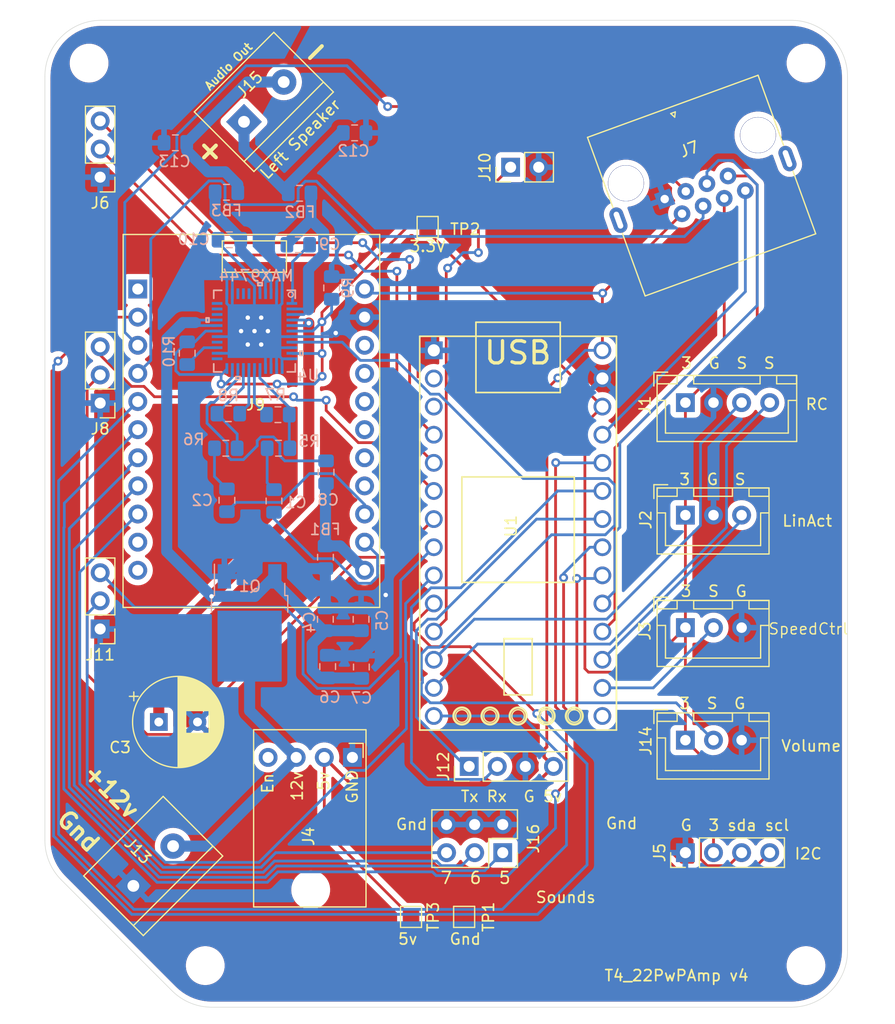
<source format=kicad_pcb>
(kicad_pcb (version 20211014) (generator pcbnew)
  (layers (0 "F.Cu" signal) (31 "B.Cu" signal) (34 "B.Paste" user) (35 "F.Paste" user) (36 "B.SilkS" user "B.Silkscreen") (37 "F.SilkS" user "F.Silkscreen") (38 "B.Mask" user) (39 "F.Mask" user) (44 "Edge.Cuts" user))
  (net 0 "")
  (net 1 "+5V")
  (net 2 "GND")
  (net 3 "+3V3")
  (net 13 "+12V")
  (net 14 "LeftIN")
  (net 15 "Net-(C1-Pad1)")
  (net 16 "Net-(C2-Pad1)")
  (net 17 "RightIN")
  (net 18 "Net-(C3-Pad1)")
  (net 19 "GNDA")
  (net 20 "Net-(C8-Pad1)")
  (net 21 "Net-(C9-Pad2)")
  (net 22 "Net-(C9-Pad1)")
  (net 23 "Net-(C10-Pad1)")
  (net 24 "Net-(C10-Pad2)")
  (net 25 "Net-(C12-Pad2)")
  (net 26 "Net-(C13-Pad1)")
  (net 27 "Net-(R5-Pad1)")
  (net 28 "Net-(R6-Pad1)")
  (net 29 "Net-(R7-Pad1)")
  (net 30 "Net-(R8-Pad1)")
  (net 31 "Net-(R10-Pad1)")
  (net 40 "LinAct_Position")
  (net 41 "SpeedCtrl")
  (net 42 "I2C_SDA")
  (net 43 "I2C_SCL")
  (net 44 "Steering")
  (net 45 "Throttle")
  (net 46 "Sound2")
  (net 47 "Sound1")
  (net 50 "RCPWMThrottle")
  (net 51 "RCPWMSteering")
  (net 52 "Left_DIR")
  (net 53 "Left_PWM")
  (net 54 "ActiveSW")
  (net 55 "Right_DIR")
  (net 56 "Right_PWM")
  (net 57 "LinAct_PWM")
  (net 58 "LinAct_DIR")
  (net 60 "VOL")
  (net 62 "PgSwitch")
  (net 63 "TxA6")
  (net 64 "RxA7")
  (net 65 "Sound0")
  (net 66 "Sound3")
  (net 67 "Sound4")
  (net 68 "Sound5")
  (net 69 "Sound6")
  (net 70 "Sound7")
  (footprint "Useful Modifications:TerminalBlock_bornier-2_P5.08mm" (layer "F.Cu") (at 116.2 147 45)
    (fp_text reference "J13")
    (fp_text value "Main Power")
  )
  (footprint "TestPoint:TestPoint_Pad_1.5x1.5mm" (layer "F.Cu") (at 146.1 149.8 90)
    (fp_text reference "TP1")
    (fp_text value "Gnd")
  )
  (footprint "Useful Modifications:TerminalBlock_bornier-2_P5.08mm" (layer "F.Cu") (at 126.2 78 45)
    (fp_text reference "J15")
    (fp_text value "Left Speaker")
  )
  (footprint "Connector_PinHeader_2.54mm:PinHeader_1x03_P2.54mm_Vertical" (layer "F.Cu") (at 113.2 83 180)
    (fp_text reference "J6")
    (fp_text value "Left_M1")
  )
  (footprint "Connector_PinHeader_2.54mm:PinHeader_1x03_P2.54mm_Vertical" (layer "F.Cu") (at 113.2 103.4 180)
    (fp_text reference "J8")
    (fp_text value "Right_M2")
  )
  (footprint "Connector_PinHeader_2.54mm:PinHeader_1x03_P2.54mm_Vertical" (layer "F.Cu") (at 113.2 123.8 180)
    (fp_text reference "J11")
    (fp_text value "LinAct_M3")
  )
  (footprint "Capacitor_THT:CP_Radial_D8.0mm_P3.50mm" (layer "F.Cu") (at 118.5 132.2)
    (fp_text reference "C3")
    (fp_text value "470µF")
  )
  (footprint "Useful Modifications:FXSound_2x11_P2.54mm_Short" (layer "F.Cu") (at 116.6 93.1)
    (fp_text reference "J9")
    (fp_text value "22Pin_FXSound")
  )
  (footprint "TestPoint:TestPoint_Pad_1.5x1.5mm" (layer "F.Cu") (at 142.8 87.5)
    (fp_text reference "TP2")
    (fp_text value "3.3V")
  )
  (footprint "Useful Modifications:AdaFruit_MPM3610" (layer "F.Cu") (at 136 135.4 -90)
    (fp_text reference "J4")
    (fp_text value "Power Input")
  )
  (footprint "MountingHole:MountingHole_2.5mm" (layer "F.Cu") (at 177 72.7)
    (fp_text reference "REF**" hide)
    (fp_text value "MountingHole_2.5mm")
  )
  (footprint "MountingHole:MountingHole_2.5mm" (layer "F.Cu") (at 122.7 154.2)
    (fp_text reference "REF**" hide)
    (fp_text value "MountingHole_2.5mm")
  )
  (footprint "Useful Modifications:RJ45_x08_Tab_Up" (layer "F.Cu") (at 166.55 80.3 -160)
    (fp_text reference "J7")
    (fp_text value "8P8C")
  )
  (footprint "Connector_PinHeader_2.54mm:PinHeader_1x04_P2.54mm_Vertical" (layer "F.Cu") (at 166.1 144 90)
    (fp_text reference "J5")
    (fp_text value "I2C")
  )
  (footprint "TestPoint:TestPoint_Pad_1.5x1.5mm" (layer "F.Cu") (at 141.3 149.8 -90)
    (fp_text reference "TP3")
    (fp_text value "5v")
  )
  (footprint "Useful Modifications:Teensy40_NoMid" (layer "F.Cu") (at 150.85 114.64 -90)
    (fp_text reference "U1")
    (fp_text value "Teensy4.0_NoMid")
  )
  (footprint "Connector_PinHeader_2.54mm:PinHeader_1x02_P2.54mm_Vertical" (layer "F.Cu") (at 150.3 82.1 90)
    (fp_text reference "J10")
    (fp_text value "Conn_01x02_Male")
  )
  (footprint "Connector_PinHeader_2.54mm:PinHeader_1x04_P2.54mm_Vertical" (layer "F.Cu") (at 146.5547 136.21236 90)
    (fp_text reference "J12")
    (fp_text value "Conn_01x04_Male")
  )
  (footprint "Useful Modifications:JST_XH_B4B-XH-A_1x04_P2.54mm_Vertical" (layer "F.Cu") (at 166.1 103.36)
    (fp_text reference "J1")
    (fp_text value "RC")
  )
  (footprint "Useful Modifications:JST_XH_B3B-XH-A_1x03_P2.54mm_Vertical" (layer "F.Cu") (at 166.1 113.52)
    (fp_text reference "J2")
    (fp_text value "LinAct")
  )
  (footprint "Useful Modifications:JST_XH_B3B-XH-A_1x03_P2.54mm_Vertical" (layer "F.Cu") (at 166.1 123.68)
    (fp_text reference "J3")
    (fp_text value "SpeedCtrl")
  )
  (footprint "Useful Modifications:JST_XH_B3B-XH-A_1x03_P2.54mm_Vertical" (layer "F.Cu") (at 166.1 133.84)
    (fp_text reference "J14")
    (fp_text value "Volume")
  )
  (footprint "MountingHole:MountingHole_2.5mm" (layer "F.Cu") (at 112.2 72.7)
    (fp_text reference "REF**" hide)
    (fp_text value "MountingHole_2.5mm")
  )
  (footprint "MountingHole:MountingHole_2.5mm" (layer "F.Cu") (at 177 154.2)
    (fp_text reference "REF**" hide)
    (fp_text value "MountingHole_2.5mm")
  )
  (footprint "Connector_PinSocket_2.54mm:PinSocket_2x03_P2.54mm_Vertical" (layer "F.Cu") (at 149.59 144 -90)
    (fp_text reference "J16")
    (fp_text value "Additional Sound Header")
  )
  (footprint "Resistor_SMD:R_0805_2012Metric_Pad1.15x1.40mm_HandSolder" (layer "B.Cu") (at 121.06586 98.8959 90)
    (fp_text reference "R10")
    (fp_text value "10K")
  )
  (footprint "Useful Modifications:max9744eth&plus_Mod" (layer "B.Cu") (at 127.15 96.9 180)
    (fp_text reference "U4")
    (fp_text value "MAX9744")
  )
  (footprint "Resistor_SMD:R_0805_2012Metric_Pad1.15x1.40mm_HandSolder" (layer "B.Cu") (at 134.124 92.9994 90)
    (fp_text reference "R9")
    (fp_text value "10K")
  )
  (footprint "Resistor_SMD:R_0805_2012Metric_Pad1.15x1.40mm_HandSolder" (layer "B.Cu") (at 124.78442 104.35944 180)
    (fp_text reference "R8")
    (fp_text value "20K")
  )
  (footprint "Resistor_SMD:R_0805_2012Metric_Pad1.15x1.40mm_HandSolder" (layer "B.Cu") (at 124.55836 107.4811 180)
    (fp_text reference "R6")
    (fp_text value "20K")
  )
  (footprint "Resistor_SMD:R_0805_2012Metric_Pad1.15x1.40mm_HandSolder" (layer "B.Cu") (at 129.26752 104.44834)
    (fp_text reference "R7")
    (fp_text value "20K")
  )
  (footprint "Useful Modifications:TO-252-2pin3D" (layer "B.Cu") (at 126.7082 123.2514 -90)
    (fp_text reference "Q1")
    (fp_text value "AOD417")
  )
  (footprint "Resistor_SMD:R_0805_2012Metric_Pad1.15x1.40mm_HandSolder" (layer "B.Cu") (at 129.31832 107.4811 180)
    (fp_text reference "R5")
    (fp_text value "20K")
  )
  (footprint "Inductor_SMD:L_0805_2012Metric_Pad1.15x1.40mm_HandSolder" (layer "B.Cu") (at 131.22586 84.456 180)
    (fp_text reference "FB2")
    (fp_text value "MPZ2012S221AT00")
  )
  (footprint "Capacitor_SMD:C_0805_2012Metric_Pad1.15x1.40mm_HandSolder" (layer "B.Cu") (at 136.81132 127.23722 -90)
    (fp_text reference "C7")
    (fp_text value "0.1µF")
  )
  (footprint "Capacitor_SMD:C_0805_2012Metric_Pad1.15x1.40mm_HandSolder" (layer "B.Cu") (at 124.88094 88.65462 180)
    (fp_text reference "C10")
    (fp_text value "0.1µF")
  )
  (footprint "Capacitor_SMD:C_0805_2012Metric_Pad1.15x1.40mm_HandSolder" (layer "B.Cu") (at 133.61854 109.64264 -90)
    (fp_text reference "C8")
    (fp_text value "2.2µF")
  )
  (footprint "Capacitor_SMD:C_0805_2012Metric_Pad1.15x1.40mm_HandSolder" (layer "B.Cu") (at 131.10648 89.10166)
    (fp_text reference "C9")
    (fp_text value "0.1µF")
  )
  (footprint "Capacitor_SMD:C_0805_2012Metric_Pad1.15x1.40mm_HandSolder" (layer "B.Cu") (at 136.78184 122.92912 -90)
    (fp_text reference "C5")
    (fp_text value "10µF")
  )
  (footprint "Capacitor_SMD:C_0805_2012Metric_Pad1.15x1.40mm_HandSolder" (layer "B.Cu") (at 133.55604 122.92912 -90)
    (fp_text reference "C4")
    (fp_text value "10µF")
  )
  (footprint "Capacitor_SMD:C_0805_2012Metric_Pad1.15x1.40mm_HandSolder" (layer "B.Cu") (at 120 79.8967 180)
    (fp_text reference "C13")
    (fp_text value "470pF")
  )
  (footprint "Capacitor_SMD:C_0805_2012Metric_Pad1.15x1.40mm_HandSolder" (layer "B.Cu") (at 128.91192 112.24106 -90)
    (fp_text reference "C1")
    (fp_text value "0.47µF")
  )
  (footprint "Inductor_SMD:L_0805_2012Metric_Pad1.15x1.40mm_HandSolder" (layer "B.Cu") (at 133.5652 117.3236 -90)
    (fp_text reference "FB1")
    (fp_text value "MPZ2012S221AT00")
  )
  (footprint "Inductor_SMD:L_0805_2012Metric_Pad1.15x1.40mm_HandSolder" (layer "B.Cu") (at 124.61424 84.36456)
    (fp_text reference "FB3")
    (fp_text value "MPZ2012S221AT00")
  )
  (footprint "Capacitor_SMD:C_0805_2012Metric_Pad1.15x1.40mm_HandSolder" (layer "B.Cu") (at 133.76586 127.19658 -90)
    (fp_text reference "C6")
    (fp_text value "0.1µF")
  )
  (footprint "Capacitor_SMD:C_0805_2012Metric_Pad1.15x1.40mm_HandSolder" (layer "B.Cu") (at 124.65742 112.1801 -90)
    (fp_text reference "C2")
    (fp_text value "0.47µF")
  )
  (footprint "Capacitor_SMD:C_0805_2012Metric_Pad1.15x1.40mm_HandSolder" (layer "B.Cu") (at 136.2 79 180)
    (fp_text reference "C12")
    (fp_text value "470pF")
  )
  (gr_arc (start 175.674 68.834) (mid 179.266102 70.321898) (end 180.754 73.914) (layer "Edge.Cuts") (width 0.05))
  (gr_line (start 113.284 68.834) (end 175.674 68.834) (layer "Edge.Cuts") (width 0.05))
  (gr_line (start 108.204 73.914) (end 108.2035 142.875) (layer "Edge.Cuts") (width 0.05))
  (gr_line (start 180.754 152.875) (end 180.754 73.914) (layer "Edge.Cuts") (width 0.05))
  (gr_arc (start 180.754 152.875) (mid 179.265925 156.467279) (end 175.6735 157.955) (layer "Edge.Cuts") (width 0.05))
  (gr_arc (start 109.691398 146.467102) (mid 108.590193 144.819032) (end 108.2035 142.875) (layer "Edge.Cuts") (width 0.05))
  (gr_arc (start 108.204 73.914) (mid 109.691898 70.321898) (end 113.284 68.834) (layer "Edge.Cuts") (width 0.05))
  (gr_line (start 123.2835 157.955) (end 175.6735 157.955) (layer "Edge.Cuts") (width 0.05))
  (gr_arc (start 123.2835 157.955) (mid 121.339468 157.568308) (end 119.691398 156.467102) (layer "Edge.Cuts") (width 0.05))
  (gr_line (start 109.691398 146.467102) (end 119.691398 156.467102) (layer "Edge.Cuts") (width 0.05))
  (gr_text "Gnd" (at 111.225 142.05 315) (layer "F.SilkS") (effects (font (size 1.5 1.5) (thickness 0.3))))
  (gr_text "Audio Out" (at 124.8 73 45) (layer "F.SilkS") (effects (font (size 0.75 0.75))))
  (gr_text "3  G  S  S" (at 165.63 99.79) (layer "F.SilkS") (effects (font (size 1 1)) (justify left)))
  (gr_text "3  G  S" (at 165.47 110.29) (layer "F.SilkS") (effects (font (size 1 1)) (justify left)))
  (gr_text "3  S  G" (at 165.46 130.52) (layer "F.SilkS") (effects (font (size 1 1)) (justify left)))
  (gr_text "G  3 sda scl" (at 165.575 141.525) (layer "F.SilkS") (effects (font (size 1 1)) (justify left)))
  (gr_text "3  S  G" (at 165.59 120.39) (layer "F.SilkS") (effects (font (size 1 1)) (justify left)))
  (gr_text "+12v" (at 114.225 138.45 315) (layer "F.SilkS") (effects (font (size 1.5 1.5) (thickness 0.3))))
  (gr_text "USB" (at 150.95 98.86) (layer "F.SilkS") (effects (font (size 2 2) (thickness 0.3))))
  (gr_text "Gnd" (at 160.33242 141.35354) (layer "F.SilkS") (effects (font (size 1 1))))
  (gr_text "Gnd" (at 141.351 141.44244) (layer "F.SilkS") (effects (font (size 1 1))))
  (gr_text "+" (at 123.025 80.575 45) (layer "F.SilkS") (effects (font (size 2 2) (thickness 0.35))))
  (gr_text "Tx Rx  G 5v" (at 150.3807 138.92276) (layer "F.SilkS") (effects (font (size 1 1))))
  (gr_text "T4_22PwPAmp v4" (at 165.3 155.1) (layer "F.SilkS") (effects (font (size 1 1))))
  (gr_text "Sounds" (at 155.28036 148.0312) (layer "F.SilkS") (effects (font (size 1 1))))
  (gr_text "7  6  5" (at 147.13 146.28) (layer "F.SilkS") (effects (font (size 1.0668 1.0668) (thickness 0.1524))))
  (gr_text "-" (at 132.6 71.6 45) (layer "F.SilkS") (effects (font (size 2 2) (thickness 0.35))))
  (segment (start 158.622201 93.472201) (end 165.795315 86.299087) (width 0.25) (layer "F.Cu") (net 1))
  (segment (start 151.40842 138.97864) (end 154.1747 136.21236) (width 0.3) (layer "F.Cu") (net 1))
  (segment (start 153.57094 134.44728) (end 153.324701 134.693519) (width 0.3) (layer "F.Cu") (net 1))
  (segment (start 153.324701 135.362361) (end 154.1747 136.21236) (width 0.3) (layer "F.Cu") (net 1))
  (segment (start 133.46 141.96) (end 141.3 149.8) (width 0.25) (layer "F.Cu") (net 1))
  (segment (start 133.46 135.4) (end 133.46 141.96) (width 0.25) (layer "F.Cu") (net 1))
  (segment (start 133.46 135.4) (end 137.03864 138.97864) (width 0.3) (layer "F.Cu") (net 1))
  (segment (start 153.584999 102.115001) (end 153.57094 134.44728) (width 0.25) (layer "F.Cu") (net 1))
  (segment (start 153.324701 134.693519) (end 153.324701 135.362361) (width 0.3) (layer "F.Cu") (net 1))
  (segment (start 154.57 101.13) (end 153.584999 102.115001) (width 0.25) (layer "F.Cu") (net 1))
  (segment (start 158.597 98.638) (end 158.597 93.497402) (width 0.25) (layer "F.Cu") (net 1))
  (segment (start 137.03864 138.97864) (end 151.40842 138.97864) (width 0.3) (layer "F.Cu") (net 1))
  (via (at 158.622201 93.472201) (size 0.8) (drill 0.4) (layers "F.Cu" "B.Cu") (net 1))
  (via (at 154.57 101.13) (size 0.8) (drill 0.4) (layers "F.Cu" "B.Cu") (net 1))
  (segment (start 137.472201 93.472201) (end 137.1 93.1) (width 0.25) (layer "B.Cu") (net 1))
  (segment (start 157.062 98.638) (end 158.597 98.638) (width 0.25) (layer "B.Cu") (net 1))
  (segment (start 154.57 101.13) (end 157.062 98.638) (width 0.25) (layer "B.Cu") (net 1))
  (segment (start 158.622201 93.472201) (end 137.472201 93.472201) (width 0.25) (layer "B.Cu") (net 1))
  (via (at 139.01 120.73) (size 0.8) (drill 0.4) (layers "F.Cu" "B.Cu") (net 2))
  (via (at 134.493 97.075) (size 0.8) (drill 0.4) (layers "F.Cu" "B.Cu") (net 2))
  (segment (start 129.639 100.3476) (end 129.639 99.402) (width 0.25) (layer "B.Cu") (net 2))
  (segment (start 129.139001 93.4564) (end 129.139001 94.901999) (width 0.25) (layer "B.Cu") (net 2))
  (segment (start 129.139001 94.901999) (end 127.139 96.902) (width 0.25) (layer "B.Cu") (net 2))
  (segment (start 130.5846 99.402) (end 129.639 99.402) (width 0.25) (layer "B.Cu") (net 2))
  (segment (start 128.139001 97.902001) (end 127.139 96.902) (width 0.25) (layer "B.Cu") (net 2))
  (segment (start 133.55604 120.22836) (end 133.55604 118.35776) (width 1) (layer "B.Cu") (net 2))
  (segment (start 129.639 93.4564) (end 129.639 94.402) (width 0.25) (layer "B.Cu") (net 2))
  (segment (start 127.638999 97.401999) (end 127.139 96.902) (width 0.25) (layer "B.Cu") (net 2))
  (segment (start 130.5846 97.401999) (end 127.638999 97.401999) (width 0.25) (layer "B.Cu") (net 2))
  (segment (start 124.639 93.4564) (end 124.639 94.402) (width 0.25) (layer "B.Cu") (net 2))
  (segment (start 129.139001 100.3476) (end 129.139001 98.902001) (width 0.25) (layer "B.Cu") (net 2))
  (segment (start 126.639001 97.401999) (end 127.139 96.902) (width 0.25) (layer "B.Cu") (net 2))
  (segment (start 129.639 99.402) (end 127.139 96.902) (width 0.25) (layer "B.Cu") (net 2))
  (segment (start 128.139001 100.3476) (end 128.139001 97.902001) (width 0.25) (layer "B.Cu") (net 2))
  (segment (start 127.139 93.4564) (end 127.139 96.902) (width 0.25) (layer "B.Cu") (net 2))
  (segment (start 129.139001 98.902001) (end 127.139 96.902) (width 0.25) (layer "B.Cu") (net 2))
  (segment (start 130.5846 98.402) (end 128.639 98.402) (width 0.25) (layer "B.Cu") (net 2))
  (segment (start 123.6934 98.902001) (end 125.138999 98.902001) (width 0.25) (layer "B.Cu") (net 2))
  (segment (start 128.639 98.402) (end 127.139 96.902) (width 0.25) (layer "B.Cu") (net 2))
  (segment (start 125.138999 98.902001) (end 127.139 96.902) (width 0.25) (layer "B.Cu") (net 2))
  (segment (start 123.6934 97.401999) (end 126.639001 97.401999) (width 0.25) (layer "B.Cu") (net 2))
  (segment (start 128.639 100.3476) (end 128.639 98.402) (width 0.25) (layer "B.Cu") (net 2))
  (segment (start 124.639 94.402) (end 127.139 96.902) (width 0.25) (layer "B.Cu") (net 2))
  (segment (start 125.138999 93.4564) (end 125.138999 94.901999) (width 0.25) (layer "B.Cu") (net 2))
  (segment (start 129.639 94.402) (end 127.139 96.902) (width 0.25) (layer "B.Cu") (net 2))
  (segment (start 125.138999 94.901999) (end 127.139 96.902) (width 0.25) (layer "B.Cu") (net 2))
  (segment (start 133.8065 126.21222) (end 133.76586 126.17158) (width 1) (layer "B.Cu") (net 2))
  (segment (start 130.148201 117.251399) (end 126.228201 117.251399) (width 1) (layer "B.Cu") (net 2))
  (segment (start 126.228201 117.251399) (end 124.4282 119.0514) (width 1) (layer "B.Cu") (net 2))
  (segment (start 133.55604 121.90412) (end 133.55604 120.22836) (width 1) (layer "B.Cu") (net 2))
  (segment (start 136.81132 126.21222) (end 133.8065 126.21222) (width 1) (layer "B.Cu") (net 2))
  (segment (start 131.245402 118.3486) (end 130.148201 117.251399) (width 1) (layer "B.Cu") (net 2))
  (segment (start 133.55604 118.35776) (end 133.5652 118.3486) (width 1) (layer "B.Cu") (net 2))
  (segment (start 133.5652 118.3486) (end 131.245402 118.3486) (width 1) (layer "B.Cu") (net 2))
  (segment (start 136.78184 121.90412) (end 133.55604 121.90412) (width 1) (layer "B.Cu") (net 2))
  (segment (start 125.799998 92.2) (end 125.149999 91.550001) (width 0.25) (layer "B.Cu") (net 2))
  (segment (start 129.65 93.5218) (end 129.65 91.95) (width 0.25) (layer "B.Cu") (net 2))
  (segment (start 129.150001 93.5218) (end 129.150001 92.449999) (width 0.25) (layer "B.Cu") (net 2))
  (segment (start 138.18185 122.60413) (end 138.18185 124.84169) (width 1) (layer "B.Cu") (net 2))
  (segment (start 129.65 91.95) (end 129.65 91.35) (width 0.25) (layer "B.Cu") (net 2))
  (segment (start 127.15 93.5218) (end 127.15 92.85) (width 0.25) (layer "B.Cu") (net 2))
  (segment (start 129.150001 92.449999) (end 129.65 91.95) (width 0.25) (layer "B.Cu") (net 2))
  (segment (start 134.168001 97.399999) (end 134.493 97.075) (width 0.25) (layer "B.Cu") (net 2))
  (segment (start 130.5282 97.399999) (end 133.300001 97.399999) (width 0.25) (layer "B.Cu") (net 2))
  (segment (start 125.149999 91.550001) (end 125.149999 93.5218) (width 0.25) (layer "B.Cu") (net 2))
  (segment (start 138.18185 124.84169) (end 136.81132 126.21222) (width 1) (layer "B.Cu") (net 2))
  (segment (start 127.15 92.85) (end 126.5 92.2) (width 0.25) (layer "B.Cu") (net 2))
  (segment (start 137.48184 121.90412) (end 138.18185 122.60413) (width 1) (layer "B.Cu") (net 2))
  (segment (start 124.65 93.5218) (end 124.65 91.45) (width 0.25) (layer "B.Cu") (net 2))
  (segment (start 136.78184 121.90412) (end 137.48184 121.90412) (width 1) (layer "B.Cu") (net 2))
  (segment (start 126.5 92.2) (end 125.799998 92.2) (width 0.25) (layer "B.Cu") (net 2))
  (segment (start 133.300001 97.399999) (end 134.168001 97.399999) (width 0.25) (layer "B.Cu") (net 2))
  (segment (start 133.266878 98.93177) (end 133.258494 98.923386) (width 0.25) (layer "F.Cu") (net 3))
  (segment (start 124.131502 101.679602) (end 129.196307 101.679602) (width 0.25) (layer "F.Cu") (net 3))
  (segment (start 133.258494 98.923386) (end 133.258494 96.079674) (width 0.25) (layer "F.Cu") (net 3))
  (segment (start 129.196307 101.679602) (end 129.196423 101.679718) (width 0.25) (layer "F.Cu") (net 3))
  (segment (start 133.258494 96.079674) (end 133.245721 96.066901) (width 0.25) (layer "F.Cu") (net 3))
  (segment (start 133.266878 100.982382) (end 133.266878 98.93177) (width 0.25) (layer "F.Cu") (net 3))
  (segment (start 171.785253 82.892392) (end 172.593044 83.700183) (width 0.25) (layer "F.Cu") (net 3))
  (segment (start 140.960998 87.5) (end 142.8 87.5) (width 0.25) (layer "F.Cu") (net 3))
  (segment (start 162.077 127.703) (end 166.1 123.68) (width 0.25) (layer "F.Cu") (net 3))
  (segment (start 157.340864 127.703) (end 162.077 127.703) (width 0.25) (layer "F.Cu") (net 3))
  (segment (start 157.015 105.3) (end 157.015 127.377136) (width 0.25) (layer "F.Cu") (net 3))
  (segment (start 133.245721 96.066901) (end 133.245721 95.215277) (width 0.25) (layer "F.Cu") (net 3))
  (segment (start 168.64 136.38) (end 166.1 133.84) (width 0.25) (layer "F.Cu") (net 3))
  (segment (start 166.1 123.68) (end 166.1 113.52) (width 0.25) (layer "F.Cu") (net 3))
  (segment (start 142.8 87.921) (end 158.597 103.718) (width 0.25) (layer "F.Cu") (net 3))
  (segment (start 133.245721 95.215277) (end 140.960998 87.5) (width 0.25) (layer "F.Cu") (net 3))
  (segment (start 157.015 127.377136) (end 157.340864 127.703) (width 0.25) (layer "F.Cu") (net 3))
  (segment (start 158.597 103.718) (end 157.015 105.3) (width 0.25) (layer "F.Cu") (net 3))
  (segment (start 169.950761 82.892392) (end 171.785253 82.892392) (width 0.25) (layer "F.Cu") (net 3))
  (segment (start 142.8 87.5) (end 142.8 87.921) (width 0.25) (layer "F.Cu") (net 3))
  (segment (start 168.64 144) (end 168.64 136.38) (width 0.25) (layer "F.Cu") (net 3))
  (segment (start 172.593044 96.866956) (end 166.1 103.36) (width 0.25) (layer "F.Cu") (net 3))
  (segment (start 166.1 113.52) (end 166.1 103.36) (width 0.25) (layer "F.Cu") (net 3))
  (segment (start 166.1 133.84) (end 166.1 123.68) (width 0.25) (layer "F.Cu") (net 3))
  (segment (start 172.593044 83.700183) (end 172.593044 96.866956) (width 0.25) (layer "F.Cu") (net 3))
  (via (at 133.245721 96.066901) (size 0.8) (drill 0.4) (layers "F.Cu" "B.Cu") (net 3))
  (via (at 133.266878 100.982382) (size 0.8) (drill 0.4) (layers "F.Cu" "B.Cu") (net 3))
  (via (at 133.258494 98.923386) (size 0.8) (drill 0.4) (layers "F.Cu" "B.Cu") (net 3))
  (via (at 129.196423 101.679718) (size 0.8) (drill 0.4) (layers "F.Cu" "B.Cu") (net 3))
  (via (at 124.131502 101.679602) (size 0.8) (drill 0.4) (layers "F.Cu" "B.Cu") (net 3))
  (segment (start 121.06586 97.8709) (end 120.04085 98.89591) (width 0.25) (layer "B.Cu") (net 3))
  (segment (start 129.196423 101.679718) (end 132.569542 101.679718) (width 0.25) (layer "B.Cu") (net 3))
  (segment (start 125.138999 101.061001) (end 124.520398 101.679602) (width 0.25) (layer "B.Cu") (net 3))
  (segment (start 123.78143 100.82091) (end 124.16569 100.82091) (width 0.25) (layer "B.Cu") (net 3))
  (segment (start 124.131502 101.679602) (end 124.131502 100.855098) (width 0.25) (layer "B.Cu") (net 3))
  (segment (start 124.131502 100.855098) (end 124.16569 100.82091) (width 0.25) (layer "B.Cu") (net 3))
  (segment (start 132.40334 96.902) (end 132.406981 96.905641) (width 0.25) (layer "B.Cu") (net 3))
  (segment (start 133.258494 98.923386) (end 130.605985 98.923386) (width 0.25) (layer "B.Cu") (net 3))
  (segment (start 125.138999 100.3476) (end 125.138999 101.061001) (width 0.25) (layer "B.Cu") (net 3))
  (segment (start 130.5846 96.902) (end 132.40334 96.902) (width 0.25) (layer "B.Cu") (net 3))
  (segment (start 124.16569 100.82091) (end 124.639 100.3476) (width 0.25) (layer "B.Cu") (net 3))
  (segment (start 121.06586 97.8709) (end 121.76586 97.8709) (width 0.25) (layer "B.Cu") (net 3))
  (segment (start 124.520398 101.679602) (end 124.131502 101.679602) (width 0.25) (layer "B.Cu") (net 3))
  (segment (start 120.04085 100.48408) (end 120.37768 100.82091) (width 0.25) (layer "B.Cu") (net 3))
  (segment (start 121.76586 97.8709) (end 122.73476 96.902) (width 0.25) (layer "B.Cu") (net 3))
  (segment (start 132.406981 96.905641) (end 133.245721 96.066901) (width 0.25) (layer "B.Cu") (net 3))
  (segment (start 130.605985 98.923386) (end 130.5846 98.902001) (width 0.25) (layer "B.Cu") (net 3))
  (segment (start 133.245721 96.066901) (end 134.124 95.188622) (width 0.25) (layer "B.Cu") (net 3))
  (segment (start 122.73476 96.902) (end 123.6934 96.902) (width 0.25) (layer "B.Cu") (net 3))
  (segment (start 132.569542 101.679718) (end 133.266878 100.982382) (width 0.25) (layer "B.Cu") (net 3))
  (segment (start 120.04085 98.89591) (end 120.04085 100.48408) (width 0.25) (layer "B.Cu") (net 3))
  (segment (start 120.37768 100.82091) (end 123.78143 100.82091) (width 0.25) (layer "B.Cu") (net 3))
  (segment (start 134.124 95.188622) (end 134.124 94.0244) (width 0.25) (layer "B.Cu") (net 3))
  (segment (start 126.7082 131.1882) (end 130.92 135.4) (width 1) (layer "B.Cu") (net 13))
  (segment (start 130.92 135.4) (end 122.912102 143.407898) (width 1) (layer "B.Cu") (net 13))
  (segment (start 126.7082 125.3514) (end 126.7082 131.1882) (width 1) (layer "B.Cu") (net 13))
  (segment (start 122.912102 143.407898) (end 119.792102 143.407898) (width 1) (layer "B.Cu") (net 13))
  (segment (start 128.91192 113.84106) (end 132.51945 117.44859) (width 0.25) (layer "B.Cu") (net 14))
  (segment (start 137.664001 119.675001) (end 138.275001 119.064001) (width 0.25) (layer "B.Cu") (net 14))
  (segment (start 128.91192 113.26606) (end 128.91192 113.84106) (width 0.25) (layer "B.Cu") (net 14))
  (segment (start 136.535999 119.675001) (end 137.664001 119.675001) (width 0.25) (layer "B.Cu") (net 14))
  (segment (start 132.51945 117.44859) (end 134.309588 117.44859) (width 0.25) (layer "B.Cu") (net 14))
  (segment (start 138.275001 119.064001) (end 138.275001 117.135001) (width 0.25) (layer "B.Cu") (net 14))
  (segment (start 134.309588 117.44859) (end 136.535999 119.675001) (width 0.25) (layer "B.Cu") (net 14))
  (segment (start 138.275001 117.135001) (end 137.1 115.96) (width 0.25) (layer "B.Cu") (net 14))
  (segment (start 128.29332 107.4811) (end 128.29332 110.59746) (width 0.25) (layer "B.Cu") (net 15))
  (segment (start 128.29332 110.59746) (end 128.91192 111.21606) (width 0.25) (layer "B.Cu") (net 15))
  (segment (start 123.53336 107.4811) (end 123.53336 110.03104) (width 0.25) (layer "B.Cu") (net 16))
  (segment (start 123.53336 110.03104) (end 124.65742 111.1551) (width 0.25) (layer "B.Cu") (net 16))
  (segment (start 125.49647 112.36605) (end 124.65742 113.2051) (width 0.25) (layer "B.Cu") (net 17))
  (segment (start 129.53395 112.36605) (end 125.49647 112.36605) (width 0.25) (layer "B.Cu") (net 17))
  (segment (start 132.13237 109.76763) (end 129.53395 112.36605) (width 0.25) (layer "B.Cu") (net 17))
  (segment (start 137.1 113.42) (end 137.1 112.56091) (width 0.25) (layer "B.Cu") (net 17))
  (segment (start 137.1 112.56091) (end 134.30672 109.76763) (width 0.25) (layer "B.Cu") (net 17))
  (segment (start 134.30672 109.76763) (end 132.13237 109.76763) (width 0.25) (layer "B.Cu") (net 17))
  (segment (start 132.05898 112.06062) (end 123.268199 120.851401) (width 1) (layer "F.Cu") (net 18))
  (segment (start 118.5 125.6196) (end 118.5 132.2) (width 1) (layer "F.Cu") (net 18))
  (segment (start 132.05898 96.177) (end 132.05898 112.06062) (width 1) (layer "F.Cu") (net 18))
  (segment (start 123.268199 120.851401) (end 118.5 125.6196) (width 1) (layer "F.Cu") (net 18))
  (via (at 132.05898 96.177) (size 0.8) (drill 0.4) (layers "F.Cu" "B.Cu") (net 18))
  (via (at 123.268199 120.851401) (size 0.8) (drill 0.4) (layers "F.Cu" "B.Cu") (net 18))
  (segment (start 130.5846 96.402001) (end 131.833979 96.402001) (width 0.25) (layer "B.Cu") (net 18))
  (segment (start 128.9882 119.0514) (end 127.188199 120.851401) (width 1) (layer "B.Cu") (net 18))
  (segment (start 123.6934 95.901999) (end 122.027761 95.901999) (width 0.25) (layer "B.Cu") (net 18))
  (segment (start 127.188199 120.851401) (end 123.268199 120.851401) (width 1) (layer "B.Cu") (net 18))
  (segment (start 131.833979 96.402001) (end 132.05898 96.177) (width 0.25) (layer "B.Cu") (net 18))
  (segment (start 122.027761 95.901999) (end 121.79992 96.12984) (width 0.25) (layer "B.Cu") (net 18))
  (segment (start 119.21584 97.6024) (end 119.21584 116.799042) (width 1) (layer "B.Cu") (net 18))
  (segment (start 119.21584 116.799042) (end 123.268199 120.851401) (width 1) (layer "B.Cu") (net 18))
  (segment (start 121.79992 96.12984) (end 120.6884 96.12984) (width 1) (layer "B.Cu") (net 18))
  (segment (start 120.6884 96.12984) (end 119.21584 97.6024) (width 1) (layer "B.Cu") (net 18))
  (segment (start 131.783979 95.901999) (end 132.05898 96.177) (width 0.25) (layer "B.Cu") (net 18))
  (segment (start 130.5846 95.901999) (end 131.783979 95.901999) (width 0.25) (layer "B.Cu") (net 18))
  (segment (start 122.072081 96.402001) (end 121.79992 96.12984) (width 0.25) (layer "B.Cu") (net 18))
  (segment (start 123.6934 96.402001) (end 122.072081 96.402001) (width 0.25) (layer "B.Cu") (net 18))
  (segment (start 136.77068 128.22158) (end 136.81132 128.26222) (width 1) (layer "B.Cu") (net 18))
  (segment (start 132.36585 125.14431) (end 132.36585 127.52157) (width 1) (layer "B.Cu") (net 18))
  (segment (start 133.06586 128.22158) (end 133.76586 128.22158) (width 1) (layer "B.Cu") (net 18))
  (segment (start 133.55604 123.95412) (end 132.36585 125.14431) (width 1) (layer "B.Cu") (net 18))
  (segment (start 132.36585 127.52157) (end 133.06586 128.22158) (width 1) (layer "B.Cu") (net 18))
  (segment (start 128.9882 119.5514) (end 133.39092 123.95412) (width 1) (layer "B.Cu") (net 18))
  (segment (start 128.9882 119.0514) (end 128.9882 119.5514) (width 1) (layer "B.Cu") (net 18))
  (segment (start 133.39092 123.95412) (end 133.55604 123.95412) (width 1) (layer "B.Cu") (net 18))
  (segment (start 133.55604 123.95412) (end 136.78184 123.95412) (width 1) (layer "B.Cu") (net 18))
  (segment (start 133.76586 128.22158) (end 136.77068 128.22158) (width 1) (layer "B.Cu") (net 18))
  (segment (start 134.8986 116.2986) (end 137.1 118.5) (width 1) (layer "B.Cu") (net 19))
  (segment (start 133.5652 116.2986) (end 134.8986 116.2986) (width 1) (layer "B.Cu") (net 19))
  (segment (start 133.5652 110.72098) (end 133.61854 110.66764) (width 1) (layer "B.Cu") (net 19))
  (segment (start 133.5652 116.2986) (end 133.5652 110.72098) (width 1) (layer "B.Cu") (net 19))
  (segment (start 122.85941 105.21896) (end 124.68335 107.0429) (width 0.25) (layer "B.Cu") (net 20))
  (segment (start 127.73014 106.45609) (end 128.8565 106.45609) (width 0.25) (layer "B.Cu") (net 20))
  (segment (start 124.68335 107.0429) (end 124.68335 108.16928) (width 0.25) (layer "B.Cu") (net 20))
  (segment (start 127.39331 106.79292) (end 127.73014 106.45609) (width 0.25) (layer "B.Cu") (net 20))
  (segment (start 127.39331 107.25934) (end 127.39331 106.79292) (width 0.25) (layer "B.Cu") (net 20))
  (segment (start 125.639 101.19741) (end 123.50198 103.33443) (width 0.25) (layer "B.Cu") (net 20))
  (segment (start 129.44331 107.0429) (end 129.44331 108.16928) (width 0.25) (layer "B.Cu") (net 20))
  (segment (start 129.44331 108.16928) (end 129.89167 108.61764) (width 0.25) (layer "B.Cu") (net 20))
  (segment (start 123.50198 103.33443) (end 123.19624 103.33443) (width 0.25) (layer "B.Cu") (net 20))
  (segment (start 123.19624 103.33443) (end 122.85941 103.67126) (width 0.25) (layer "B.Cu") (net 20))
  (segment (start 122.85941 103.67126) (end 122.85941 105.21896) (width 0.25) (layer "B.Cu") (net 20))
  (segment (start 126.14654 108.50611) (end 127.39331 107.25934) (width 0.25) (layer "B.Cu") (net 20))
  (segment (start 125.639 100.3476) (end 125.639 101.19741) (width 0.25) (layer "B.Cu") (net 20))
  (segment (start 129.89167 108.61764) (end 133.61854 108.61764) (width 0.25) (layer "B.Cu") (net 20))
  (segment (start 128.8565 106.45609) (end 129.44331 107.0429) (width 0.25) (layer "B.Cu") (net 20))
  (segment (start 125.02018 108.50611) (end 126.14654 108.50611) (width 0.25) (layer "B.Cu") (net 20))
  (segment (start 124.68335 108.16928) (end 125.02018 108.50611) (width 0.25) (layer "B.Cu") (net 20))
  (segment (start 130.5846 90.64854) (end 132.13148 89.10166) (width 0.25) (layer "B.Cu") (net 21))
  (segment (start 130.5846 94.402) (end 130.5846 90.64854) (width 0.25) (layer "B.Cu") (net 21))
  (segment (start 133.40649 89.94517) (end 132.03612 91.31554) (width 1) (layer "B.Cu") (net 22))
  (segment (start 132.03612 91.31554) (end 132.03612 94.97922) (width 1) (layer "B.Cu") (net 22))
  (segment (start 130.5846 94.901999) (end 131.958899 94.901999) (width 0.25) (layer "B.Cu") (net 22))
  (segment (start 130.08148 89.03314) (end 130.08148 89.10166) (width 1) (layer "B.Cu") (net 22))
  (segment (start 133.40649 88.01939) (end 133.40649 89.94517) (width 1) (layer "B.Cu") (net 22))
  (segment (start 131.958899 94.901999) (end 132.03612 94.97922) (width 0.25) (layer "B.Cu") (net 22))
  (segment (start 130.5846 95.402) (end 131.61334 95.402) (width 0.25) (layer "B.Cu") (net 22))
  (segment (start 131.61334 95.402) (end 132.03612 94.97922) (width 0.25) (layer "B.Cu") (net 22))
  (segment (start 132.25086 86.86376) (end 133.40649 88.01939) (width 1) (layer "B.Cu") (net 22))
  (segment (start 132.25086 86.86376) (end 130.08148 89.03314) (width 1) (layer "B.Cu") (net 22))
  (segment (start 132.25086 84.456) (end 132.25086 86.86376) (width 1) (layer "B.Cu") (net 22))
  (segment (start 128.139001 93.4564) (end 128.139001 92.216459) (width 0.25) (layer "B.Cu") (net 23))
  (segment (start 128.139001 92.216459) (end 128.32264 92.03282) (width 0.25) (layer "B.Cu") (net 23))
  (segment (start 128.639 93.4564) (end 128.639 92.34918) (width 0.25) (layer "B.Cu") (net 23))
  (segment (start 128.639 92.34918) (end 128.32264 92.03282) (width 0.25) (layer "B.Cu") (net 23))
  (segment (start 125.90594 89.61612) (end 128.32264 92.03282) (width 1) (layer "B.Cu") (net 23))
  (segment (start 125.90594 88.65462) (end 125.90594 89.61612) (width 1) (layer "B.Cu") (net 23))
  (segment (start 125.90594 88.5861) (end 125.90594 88.65462) (width 1) (layer "B.Cu") (net 23))
  (segment (start 123.58924 86.2694) (end 125.90594 88.5861) (width 1) (layer "B.Cu") (net 23))
  (segment (start 123.58924 84.36456) (end 123.58924 86.2694) (width 1) (layer "B.Cu") (net 23))
  (segment (start 127.638999 92.694397) (end 127.638999 93.4564) (width 0.25) (layer "B.Cu") (net 24))
  (segment (start 123.85594 88.911338) (end 127.638999 92.694397) (width 0.25) (layer "B.Cu") (net 24))
  (segment (start 123.85594 89.008141) (end 123.85594 88.65462) (width 0.25) (layer "B.Cu") (net 24))
  (segment (start 123.85594 88.65462) (end 123.85594 88.911338) (width 0.25) (layer "B.Cu") (net 24))
  (segment (start 126.2 80.45514) (end 130.20086 84.456) (width 1) (layer "B.Cu") (net 25))
  (segment (start 130.20086 83.75107) (end 134.95193 79) (width 1) (layer "B.Cu") (net 25))
  (segment (start 126.2 78) (end 126.2 80.45514) (width 1) (layer "B.Cu") (net 25))
  (segment (start 130.20086 83.97414) (end 130.20086 84.456) (width 1) (layer "B.Cu") (net 25))
  (segment (start 130.20086 84.456) (end 130.20086 83.75107) (width 1) (layer "B.Cu") (net 25))
  (segment (start 134.95193 79) (end 135.175 79) (width 1) (layer "B.Cu") (net 25))
  (segment (start 124.494151 82.514541) (end 125.63924 83.65963) (width 1) (layer "B.Cu") (net 26))
  (segment (start 121.025 79.8967) (end 121.025 80.5967) (width 1) (layer "B.Cu") (net 26))
  (segment (start 121.025 79.8967) (end 126.513802 74.407898) (width 1) (layer "B.Cu") (net 26))
  (segment (start 125.63924 83.65963) (end 125.63924 84.36456) (width 1) (layer "B.Cu") (net 26))
  (segment (start 121.025 80.5967) (end 122.94284 82.51454) (width 1) (layer "B.Cu") (net 26))
  (segment (start 122.94284 82.51454) (end 124.494151 82.514541) (width 1) (layer "B.Cu") (net 26))
  (segment (start 126.513802 74.407898) (end 129.792102 74.407898) (width 1) (layer "B.Cu") (net 26))
  (segment (start 130.29252 103.801121) (end 130.29252 104.44834) (width 0.25) (layer "B.Cu") (net 27))
  (segment (start 130.29252 107.4303) (end 130.34332 107.4811) (width 0.25) (layer "B.Cu") (net 27))
  (segment (start 127.638999 101.1476) (end 130.29252 103.801121) (width 0.25) (layer "B.Cu") (net 27))
  (segment (start 127.638999 100.3476) (end 127.638999 101.1476) (width 0.25) (layer "B.Cu") (net 27))
  (segment (start 130.29252 104.44834) (end 130.29252 107.4303) (width 0.25) (layer "B.Cu") (net 27))
  (segment (start 123.75942 104.35944) (end 125.58336 106.18338) (width 0.25) (layer "B.Cu") (net 28))
  (segment (start 126.138999 101.979861) (end 123.75942 104.35944) (width 0.25) (layer "B.Cu") (net 28))
  (segment (start 126.138999 100.3476) (end 126.138999 101.979861) (width 0.25) (layer "B.Cu") (net 28))
  (segment (start 125.58336 106.18338) (end 125.58336 107.4811) (width 0.25) (layer "B.Cu") (net 28))
  (segment (start 127.139 100.3476) (end 127.139 103.34482) (width 0.25) (layer "B.Cu") (net 29))
  (segment (start 127.139 103.34482) (end 128.24252 104.44834) (width 0.25) (layer "B.Cu") (net 29))
  (segment (start 126.639001 100.3476) (end 126.639001 103.529859) (width 0.25) (layer "B.Cu") (net 30))
  (segment (start 126.639001 103.529859) (end 125.80942 104.35944) (width 0.25) (layer "B.Cu") (net 30))
  (segment (start 122.58476 98.402) (end 123.6934 98.402) (width 0.25) (layer "B.Cu") (net 31))
  (segment (start 121.06586 99.9209) (end 122.58476 98.402) (width 0.25) (layer "B.Cu") (net 31))
  (segment (start 171.18 113.995) (end 171.18 113.52) (width 0.25) (layer "B.Cu") (net 40))
  (segment (start 158.597 126.578) (end 171.18 113.995) (width 0.25) (layer "B.Cu") (net 40))
  (segment (start 163.202 129.118) (end 168.64 123.68) (width 0.25) (layer "B.Cu") (net 41))
  (segment (start 158.597 129.118) (end 163.202 129.118) (width 0.25) (layer "B.Cu") (net 41))
  (segment (start 168.075999 145.175001) (end 170.004999 145.175001) (width 0.25) (layer "F.Cu") (net 42))
  (segment (start 167.464999 144.564001) (end 168.075999 145.175001) (width 0.25) (layer "F.Cu") (net 42))
  (segment (start 170.004999 145.175001) (end 171.18 144) (width 0.25) (layer "F.Cu") (net 42))
  (segment (start 156.29 131.395002) (end 156.29 119.24) (width 0.25) (layer "F.Cu") (net 42))
  (segment (start 167.464999 142.570001) (end 167.464999 144.564001) (width 0.25) (layer "F.Cu") (net 42))
  (segment (start 156.29 131.395002) (end 167.464999 142.570001) (width 0.25) (layer "F.Cu") (net 42))
  (via (at 156.29 119.24) (size 0.8) (drill 0.4) (layers "F.Cu" "B.Cu") (net 42))
  (segment (start 158.315 119.24) (end 158.597 118.958) (width 0.25) (layer "B.Cu") (net 42))
  (segment (start 156.29 119.24) (end 158.315 119.24) (width 0.25) (layer "B.Cu") (net 42))
  (segment (start 158.930009 134.671421) (end 158.930009 139.115011) (width 0.25) (layer "F.Cu") (net 43))
  (segment (start 165.440008 145.62501) (end 172.09499 145.62501) (width 0.25) (layer "F.Cu") (net 43))
  (segment (start 158.930009 139.115011) (end 165.440008 145.62501) (width 0.25) (layer "F.Cu") (net 43))
  (segment (start 155.09 130.831412) (end 158.930009 134.671421) (width 0.25) (layer "F.Cu") (net 43))
  (segment (start 172.09499 145.62501) (end 173.72 144) (width 0.25) (layer "F.Cu") (net 43))
  (segment (start 155.09 119.17) (end 155.09 130.831412) (width 0.25) (layer "F.Cu") (net 43))
  (via (at 155.09 119.17) (size 0.8) (drill 0.4) (layers "F.Cu" "B.Cu") (net 43))
  (segment (start 157.46563 116.418) (end 155.09 118.79363) (width 0.25) (layer "B.Cu") (net 43))
  (segment (start 158.597 116.418) (end 157.46563 116.418) (width 0.25) (layer "B.Cu") (net 43))
  (segment (start 155.09 118.79363) (end 155.09 119.17) (width 0.25) (layer "B.Cu") (net 43))
  (segment (start 168.043185 83.586692) (end 168.043185 82.526032) (width 0.25) (layer "B.Cu") (net 44))
  (segment (start 159.722001 115.072997) (end 159.722001 120.372999) (width 0.25) (layer "B.Cu") (net 44))
  (segment (start 159.722001 120.372999) (end 158.597 121.498) (width 0.25) (layer "B.Cu") (net 44))
  (segment (start 160.172011 107.002987) (end 160.172011 114.622987) (width 0.25) (layer "B.Cu") (net 44))
  (segment (start 172.593044 83.700183) (end 172.593044 94.581954) (width 0.25) (layer "B.Cu") (net 44))
  (segment (start 168.043185 82.526032) (end 169.079217 81.49) (width 0.25) (layer "B.Cu") (net 44))
  (segment (start 169.079217 81.49) (end 170.382861 81.49) (width 0.25) (layer "B.Cu") (net 44))
  (segment (start 160.172011 114.622987) (end 159.722001 115.072997) (width 0.25) (layer "B.Cu") (net 44))
  (segment (start 170.382861 81.49) (end 172.593044 83.700183) (width 0.25) (layer "B.Cu") (net 44))
  (segment (start 172.593044 94.581954) (end 160.172011 107.002987) (width 0.25) (layer "B.Cu") (net 44))
  (segment (start 169.610467 84.910485) (end 169.610467 97.564531) (width 0.25) (layer "F.Cu") (net 45))
  (segment (start 159.722001 107.452997) (end 159.722001 122.912999) (width 0.25) (layer "F.Cu") (net 45))
  (segment (start 169.610467 97.564531) (end 159.722001 107.452997) (width 0.25) (layer "F.Cu") (net 45))
  (segment (start 159.722001 122.912999) (end 158.597 124.038) (width 0.25) (layer "F.Cu") (net 45))
  (segment (start 124.74101 85.48101) (end 124.48925 85.22925) (width 0.25) (layer "B.Cu") (net 46))
  (segment (start 124.48925 83.67638) (end 124.15242 83.33955) (width 0.25) (layer "B.Cu") (net 46))
  (segment (start 124.48925 85.22925) (end 124.48925 83.67638) (width 0.25) (layer "B.Cu") (net 46))
  (segment (start 130.76404 85.48101) (end 124.74101 85.48101) (width 0.25) (layer "B.Cu") (net 46))
  (segment (start 167.702891 85.604786) (end 167.702891 86.665446) (width 0.25) (layer "B.Cu") (net 46))
  (segment (start 131.10087 85.14418) (end 130.76404 85.48101) (width 0.25) (layer "B.Cu") (net 46))
  (segment (start 137.737908 88.354858) (end 132.75305 83.37) (width 0.25) (layer "B.Cu") (net 46))
  (segment (start 117.775001 99.544999) (end 116.6 100.72) (width 0.25) (layer "B.Cu") (net 46))
  (segment (start 166.013479 88.354858) (end 137.737908 88.354858) (width 0.25) (layer "B.Cu") (net 46))
  (segment (start 132.75305 83.37) (end 131.74867 83.37) (width 0.25) (layer "B.Cu") (net 46))
  (segment (start 131.10087 84.0178) (end 131.10087 85.14418) (width 0.25) (layer "B.Cu") (net 46))
  (segment (start 131.74867 83.37) (end 131.10087 84.0178) (width 0.25) (layer "B.Cu") (net 46))
  (segment (start 124.15242 83.33955) (end 123.02606 83.33955) (width 0.25) (layer "B.Cu") (net 46))
  (segment (start 167.702891 86.665446) (end 166.013479 88.354858) (width 0.25) (layer "B.Cu") (net 46))
  (segment (start 117.775001 88.590609) (end 117.775001 99.544999) (width 0.25) (layer "B.Cu") (net 46))
  (segment (start 123.02606 83.33955) (end 117.775001 88.590609) (width 0.25) (layer "B.Cu") (net 46))
  (segment (start 139.19 76.62) (end 158.474616 76.62) (width 0.25) (layer "F.Cu") (net 47))
  (segment (start 158.474616 76.62) (end 166.135609 84.280993) (width 0.25) (layer "F.Cu") (net 47))
  (via (at 139.19 76.62) (size 0.8) (drill 0.4) (layers "F.Cu" "B.Cu") (net 47))
  (segment (start 120.12499 79.20852) (end 126.393613 72.939897) (width 0.25) (layer "B.Cu") (net 47))
  (segment (start 115.424999 97.004999) (end 115.424999 85.284871) (width 0.25) (layer "B.Cu") (net 47))
  (segment (start 126.393613 72.939897) (end 135.509897 72.939897) (width 0.25) (layer "B.Cu") (net 47))
  (segment (start 115.424999 85.284871) (end 120.12499 80.58488) (width 0.25) (layer "B.Cu") (net 47))
  (segment (start 135.509897 72.939897) (end 139.19 76.62) (width 0.25) (layer "B.Cu") (net 47))
  (segment (start 120.12499 80.58488) (end 120.12499 79.20852) (width 0.25) (layer "B.Cu") (net 47))
  (segment (start 116.6 98.18) (end 115.424999 97.004999) (width 0.25) (layer "B.Cu") (net 47))
  (segment (start 167.464999 107.075001) (end 167.464999 114.440003) (width 0.25) (layer "B.Cu") (net 50))
  (segment (start 171.18 103.36) (end 167.464999 107.075001) (width 0.25) (layer "B.Cu") (net 50))
  (segment (start 147.022001 122.912999) (end 143.357 126.578) (width 0.25) (layer "B.Cu") (net 50))
  (segment (start 158.992003 122.912999) (end 147.022001 122.912999) (width 0.25) (layer "B.Cu") (net 50))
  (segment (start 167.464999 114.440003) (end 158.992003 122.912999) (width 0.25) (layer "B.Cu") (net 50))
  (segment (start 147.311999 125.163001) (end 159.282001 125.163001) (width 0.25) (layer "B.Cu") (net 51))
  (segment (start 159.282001 125.163001) (end 169.815001 114.630001) (width 0.25) (layer "B.Cu") (net 51))
  (segment (start 143.357 129.118) (end 147.311999 125.163001) (width 0.25) (layer "B.Cu") (net 51))
  (segment (start 169.815001 107.264999) (end 173.72 103.36) (width 0.25) (layer "B.Cu") (net 51))
  (segment (start 169.815001 114.630001) (end 169.815001 107.264999) (width 0.25) (layer "B.Cu") (net 51))
  (segment (start 113.2 80.46) (end 122.77 90.03) (width 0.25) (layer "F.Cu") (net 52))
  (segment (start 140.02 105.461) (end 143.357 108.798) (width 0.25) (layer "F.Cu") (net 52))
  (segment (start 122.77 90.03) (end 135.65 90.03) (width 0.25) (layer "F.Cu") (net 52))
  (segment (start 140.02 91.49) (end 140.02 105.461) (width 0.25) (layer "F.Cu") (net 52))
  (via (at 140.02 91.49) (size 0.8) (drill 0.4) (layers "F.Cu" "B.Cu") (net 52))
  (via (at 135.65 90.03) (size 0.8) (drill 0.4) (layers "F.Cu" "B.Cu") (net 52))
  (segment (start 137.11 91.49) (end 140.02 91.49) (width 0.25) (layer "B.Cu") (net 52))
  (segment (start 135.65 90.03) (end 137.11 91.49) (width 0.25) (layer "B.Cu") (net 52))
  (segment (start 143.357 106.258) (end 141.17 104.071) (width 0.25) (layer "F.Cu") (net 53))
  (segment (start 141.17 104.071) (end 141.17 90.43) (width 0.25) (layer "F.Cu") (net 53))
  (segment (start 124.2 88.92) (end 113.2 77.92) (width 0.25) (layer "F.Cu") (net 53))
  (segment (start 136.93 88.92) (end 124.2 88.92) (width 0.25) (layer "F.Cu") (net 53))
  (via (at 136.93 88.92) (size 0.8) (drill 0.4) (layers "F.Cu" "B.Cu") (net 53))
  (via (at 141.17 90.43) (size 0.8) (drill 0.4) (layers "F.Cu" "B.Cu") (net 53))
  (segment (start 141.17 90.43) (end 138.44 90.43) (width 0.25) (layer "B.Cu") (net 53))
  (segment (start 138.44 90.43) (end 136.93 88.92) (width 0.25) (layer "B.Cu") (net 53))
  (segment (start 171.518043 93.336957) (end 158.597 106.258) (width 0.25) (layer "B.Cu") (net 54))
  (segment (start 171.518043 84.216184) (end 171.518043 93.336957) (width 0.25) (layer "B.Cu") (net 54))
  (segment (start 143.357 113.878) (end 139.910001 117.324999) (width 0.25) (layer "F.Cu") (net 55))
  (segment (start 136.535999 117.324999) (end 123.125001 130.735997) (width 0.25) (layer "F.Cu") (net 55))
  (segment (start 123.125001 130.735997) (end 123.125001 132.740001) (width 0.25) (layer "F.Cu") (net 55))
  (segment (start 112.024999 102.035001) (end 113.2 100.86) (width 0.25) (layer "F.Cu") (net 55))
  (segment (start 112.024999 127.910001) (end 112.024999 102.035001) (width 0.25) (layer "F.Cu") (net 55))
  (segment (start 123.125001 132.740001) (end 122.540001 133.325001) (width 0.25) (layer "F.Cu") (net 55))
  (segment (start 139.910001 117.324999) (end 136.535999 117.324999) (width 0.25) (layer "F.Cu") (net 55))
  (segment (start 117.439999 133.325001) (end 112.024999 127.910001) (width 0.25) (layer "F.Cu") (net 55))
  (segment (start 122.540001 133.325001) (end 117.439999 133.325001) (width 0.25) (layer "F.Cu") (net 55))
  (segment (start 130.68 102.83) (end 118.099 102.83) (width 0.25) (layer "F.Cu") (net 56))
  (segment (start 117.164001 101.895001) (end 116.035999 101.895001) (width 0.25) (layer "F.Cu") (net 56))
  (segment (start 113.2 99.059002) (end 113.2 98.32) (width 0.25) (layer "F.Cu") (net 56))
  (segment (start 116.035999 101.895001) (end 113.2 99.059002) (width 0.25) (layer "F.Cu") (net 56))
  (segment (start 118.099 102.83) (end 117.164001 101.895001) (width 0.25) (layer "F.Cu") (net 56))
  (segment (start 138.994001 106.975001) (end 136.535999 106.975001) (width 0.25) (layer "F.Cu") (net 56))
  (segment (start 136.535999 106.975001) (end 133.63 104.069002) (width 0.25) (layer "F.Cu") (net 56))
  (segment (start 133.63 104.069002) (end 133.63 103.14) (width 0.25) (layer "F.Cu") (net 56))
  (segment (start 143.357 111.338) (end 138.994001 106.975001) (width 0.25) (layer "F.Cu") (net 56))
  (via (at 130.68 102.83) (size 0.8) (drill 0.4) (layers "F.Cu" "B.Cu") (net 56))
  (via (at 133.63 103.14) (size 0.8) (drill 0.4) (layers "F.Cu" "B.Cu") (net 56))
  (segment (start 130.99 103.14) (end 130.68 102.83) (width 0.25) (layer "B.Cu") (net 56))
  (segment (start 133.63 103.14) (end 130.99 103.14) (width 0.25) (layer "B.Cu") (net 56))
  (segment (start 140.356569 119.418431) (end 142.557001 117.217999) (width 0.25) (layer "B.Cu") (net 57))
  (segment (start 140.356569 126.305161) (end 140.356569 119.418431) (width 0.25) (layer "B.Cu") (net 57))
  (segment (start 116.306399 121.826399) (end 129.868201 121.826399) (width 0.25) (layer "B.Cu") (net 57))
  (segment (start 142.557001 117.217999) (end 143.357 116.418) (width 0.25) (layer "B.Cu") (net 57))
  (segment (start 113.2 118.72) (end 116.306399 121.826399) (width 0.25) (layer "B.Cu") (net 57))
  (segment (start 131.540841 127.863301) (end 132.83977 129.16223) (width 0.25) (layer "B.Cu") (net 57))
  (segment (start 132.83977 129.16223) (end 137.4995 129.16223) (width 0.25) (layer "B.Cu") (net 57))
  (segment (start 137.4995 129.16223) (end 140.356569 126.305161) (width 0.25) (layer "B.Cu") (net 57))
  (segment (start 131.54084 123.499038) (end 131.540841 127.863301) (width 0.25) (layer "B.Cu") (net 57))
  (segment (start 129.868201 121.826399) (end 131.54084 123.499038) (width 0.25) (layer "B.Cu") (net 57))
  (segment (start 140.881966 126.823347) (end 140.80658 126.747961) (width 0.25) (layer "B.Cu") (net 58))
  (segment (start 140.80658 121.50842) (end 143.357 118.958) (width 0.25) (layer "B.Cu") (net 58))
  (segment (start 112.024999 122.435001) (end 112.024999 137.813437) (width 0.25) (layer "B.Cu") (net 58))
  (segment (start 140.80658 126.747961) (end 140.80658 121.50842) (width 0.25) (layer "B.Cu") (net 58))
  (segment (start 127.557705 144.875899) (end 135.858604 136.575) (width 0.25) (layer "B.Cu") (net 58))
  (segment (start 140.881966 132.803036) (end 140.881966 126.823347) (width 0.25) (layer "B.Cu") (net 58))
  (segment (start 137.110002 136.575) (end 140.881966 132.803036) (width 0.25) (layer "B.Cu") (net 58))
  (segment (start 135.858604 136.575) (end 137.110002 136.575) (width 0.25) (layer "B.Cu") (net 58))
  (segment (start 119.087461 144.875899) (end 127.557705 144.875899) (width 0.25) (layer "B.Cu") (net 58))
  (segment (start 113.2 121.26) (end 112.024999 122.435001) (width 0.25) (layer "B.Cu") (net 58))
  (segment (start 112.024999 137.813437) (end 119.087461 144.875899) (width 0.25) (layer "B.Cu") (net 58))
  (segment (start 159.722001 110.797999) (end 159.137001 110.212999) (width 0.25) (layer "B.Cu") (net 60))
  (segment (start 130.5282 97.900001) (end 135.080999 97.900001) (width 0.25) (layer "B.Cu") (net 60))
  (segment (start 151.44299 110.212999) (end 143.822991 102.593) (width 0.25) (layer "B.Cu") (net 60))
  (segment (start 142.816999 125.452999) (end 143.845591 125.452999) (width 0.25) (layer "B.Cu") (net 60))
  (segment (start 159.137001 110.212999) (end 151.44299 110.212999) (width 0.25) (layer "B.Cu") (net 60))
  (segment (start 140.004999 99.544999) (end 143.052999 102.592999) (width 0.25) (layer "B.Cu") (net 60))
  (segment (start 136.725997 99.544999) (end 140.004999 99.544999) (width 0.25) (layer "B.Cu") (net 60))
  (segment (start 142.231999 126.037999) (end 142.816999 125.452999) (width 0.25) (layer "B.Cu") (net 60))
  (segment (start 143.043998 130.47) (end 142.231999 129.658001) (width 0.25) (layer "B.Cu") (net 60))
  (segment (start 142.231999 128.741691) (end 142.331869 128.641821) (width 0.25) (layer "B.Cu") (net 60))
  (segment (start 143.845591 125.452999) (end 154.005591 115.292999) (width 0.25) (layer "B.Cu") (net 60))
  (segment (start 159.722001 114.436587) (end 159.722001 110.797999) (width 0.25) (layer "B.Cu") (net 60))
  (segment (start 168.64 133.84) (end 165.27 130.47) (width 0.25) (layer "B.Cu") (net 60))
  (segment (start 135.080999 97.900001) (end 136.725997 99.544999) (width 0.25) (layer "B.Cu") (net 60))
  (segment (start 165.27 130.47) (end 143.043998 130.47) (width 0.25) (layer "B.Cu") (net 60))
  (segment (start 142.231999 129.658001) (end 142.231999 128.741691) (width 0.25) (layer "B.Cu") (net 60))
  (segment (start 142.231999 128.082789) (end 142.231999 126.037999) (width 0.25) (layer "B.Cu") (net 60))
  (segment (start 142.331869 128.182659) (end 142.231999 128.082789) (width 0.25) (layer "B.Cu") (net 60))
  (segment (start 154.005591 115.292999) (end 158.865589 115.292999) (width 0.25) (layer "B.Cu") (net 60))
  (segment (start 158.865589 115.292999) (end 159.722001 114.436587) (width 0.25) (layer "B.Cu") (net 60))
  (segment (start 142.331869 128.641821) (end 142.331869 128.182659) (width 0.25) (layer "B.Cu") (net 60))
  (segment (start 143.822991 102.593) (end 143.052999 102.592999) (width 0.25) (layer "B.Cu") (net 60))
  (segment (start 144.482001 91.337999) (end 144.61 91.21) (width 0.25) (layer "F.Cu") (net 62))
  (segment (start 147.39 89.81) (end 147.39 85.01) (width 0.25) (layer "F.Cu") (net 62))
  (segment (start 143.357 124.038) (end 144.482001 122.912999) (width 0.25) (layer "F.Cu") (net 62))
  (segment (start 144.482001 122.912999) (end 144.482001 91.337999) (width 0.25) (layer "F.Cu") (net 62))
  (segment (start 147.39 85.01) (end 150.3 82.1) (width 0.25) (layer "F.Cu") (net 62))
  (via (at 144.61 91.21) (size 0.8) (drill 0.4) (layers "F.Cu" "B.Cu") (net 62))
  (via (at 147.39 89.81) (size 0.8) (drill 0.4) (layers "F.Cu" "B.Cu") (net 62))
  (segment (start 144.61 91.21) (end 146.01 89.81) (width 0.25) (layer "B.Cu") (net 62))
  (segment (start 146.01 89.81) (end 147.39 89.81) (width 0.25) (layer "B.Cu") (net 62))
  (segment (start 141.781988 131.74799) (end 146.246358 136.21236) (width 0.25) (layer "B.Cu") (net 63))
  (segment (start 142.816999 122.912999) (end 141.781988 123.94801) (width 0.25) (layer "B.Cu") (net 63))
  (segment (start 142.816999 122.912999) (end 143.607003 122.912999) (width 0.25) (layer "B.Cu") (net 63))
  (segment (start 141.781988 123.94801) (end 141.781988 131.74799) (width 0.25) (layer "B.Cu") (net 63))
  (segment (start 143.607003 122.912999) (end 152.642002 113.878) (width 0.25) (layer "B.Cu") (net 63))
  (segment (start 152.642002 113.878) (end 158.597 113.878) (width 0.25) (layer "B.Cu") (net 63))
  (segment (start 146.246358 136.21236) (end 146.5547 136.21236) (width 0.25) (layer "B.Cu") (net 63))
  (segment (start 158.597 111.338) (end 154.545592 111.338) (width 0.25) (layer "B.Cu") (net 64))
  (segment (start 154.545592 111.338) (end 145.800591 120.083001) (width 0.25) (layer "B.Cu") (net 64))
  (segment (start 143.106997 120.083001) (end 141.331977 121.858021) (width 0.25) (layer "B.Cu") (net 64))
  (segment (start 141.3383 135.37184) (end 141.3383 135.87222) (width 0.25) (layer "B.Cu") (net 64))
  (segment (start 141.331977 131.93439) (end 141.336705 131.939118) (width 0.25) (layer "B.Cu") (net 64))
  (segment (start 141.331977 121.858021) (end 141.331977 131.93439) (width 0.25) (layer "B.Cu") (net 64))
  (segment (start 141.3383 135.87222) (end 142.853441 137.387361) (width 0.25) (layer "B.Cu") (net 64))
  (segment (start 142.853441 137.387361) (end 147.919699 137.387361) (width 0.25) (layer "B.Cu") (net 64))
  (segment (start 145.800591 120.083001) (end 143.106997 120.083001) (width 0.25) (layer "B.Cu") (net 64))
  (segment (start 147.919699 137.387361) (end 148.244701 137.062359) (width 0.25) (layer "B.Cu") (net 64))
  (segment (start 141.336705 131.939118) (end 141.3383 135.37184) (width 0.25) (layer "B.Cu") (net 64))
  (segment (start 148.244701 137.062359) (end 149.0947 136.21236) (width 0.25) (layer "B.Cu") (net 64))
  (segment (start 141.583425 123.890771) (end 143.092654 125.4) (width 0.25) (layer "F.Cu") (net 65))
  (segment (start 113.3639 95.64) (end 109.39272 99.61118) (width 0.25) (layer "F.Cu") (net 65))
  (segment (start 143.092654 125.4) (end 146.63 125.4) (width 0.25) (layer "F.Cu") (net 65))
  (segment (start 143.357 121.498) (end 141.583425 123.271575) (width 0.25) (layer "F.Cu") (net 65))
  (segment (start 146.63 125.4) (end 152.67 131.44) (width 0.25) (layer "F.Cu") (net 65))
  (segment (start 116.6 95.64) (end 113.3639 95.64) (width 0.25) (layer "F.Cu") (net 65))
  (segment (start 141.583425 123.271575) (end 141.583425 123.890771) (width 0.25) (layer "F.Cu") (net 65))
  (via (at 152.67 131.44) (size 0.8) (drill 0.4) (layers "F.Cu" "B.Cu") (net 65))
  (via (at 109.39272 99.61118) (size 0.8) (drill 0.4) (layers "F.Cu" "B.Cu") (net 65))
  (segment (start 109.39272 99.61118) (end 108.992732 100.011168) (width 0.25) (layer "B.Cu") (net 65))
  (segment (start 157.21 145.1) (end 157.21 135.98) (width 0.25) (layer "B.Cu") (net 65))
  (segment (start 108.992732 100.011168) (end 108.992732 142.50521) (width 0.25) (layer "B.Cu") (net 65))
  (segment (start 152.74 149.57) (end 157.21 145.1) (width 0.25) (layer "B.Cu") (net 65))
  (segment (start 157.21 135.98) (end 152.67 131.44) (width 0.25) (layer "B.Cu") (net 65))
  (segment (start 108.992732 142.50521) (end 116.057522 149.57) (width 0.25) (layer "B.Cu") (net 65))
  (segment (start 116.057522 149.57) (end 152.74 149.57) (width 0.25) (layer "B.Cu") (net 65))
  (segment (start 116.243918 149.12) (end 149.55 149.12) (width 0.25) (layer "B.Cu") (net 66))
  (segment (start 109.442732 142.318814) (end 116.243918 149.12) (width 0.25) (layer "B.Cu") (net 66))
  (segment (start 155.3497 143.3203) (end 155.3497 135.7197) (width 0.25) (layer "B.Cu") (net 66))
  (segment (start 155.3497 135.7197) (end 151.288 131.658) (width 0.25) (layer "B.Cu") (net 66))
  (segment (start 151.288 131.658) (end 143.357 131.658) (width 0.25) (layer "B.Cu") (net 66))
  (segment (start 109.442732 110.417268) (end 109.442732 142.318814) (width 0.25) (layer "B.Cu") (net 66))
  (segment (start 149.55 149.12) (end 155.3497 143.3203) (width 0.25) (layer "B.Cu") (net 66))
  (segment (start 116.6 103.26) (end 109.442732 110.417268) (width 0.25) (layer "B.Cu") (net 66))
  (segment (start 155.3497 131.8197) (end 154.365 130.835) (width 0.25) (layer "F.Cu") (net 67))
  (segment (start 155.3497 137.7003) (end 155.3497 131.8197) (width 0.25) (layer "F.Cu") (net 67))
  (segment (start 154.365 108.795) (end 154.38 108.78) (width 0.25) (layer "F.Cu") (net 67))
  (segment (start 154.36 138.69) (end 155.3497 137.7003) (width 0.25) (layer "F.Cu") (net 67))
  (segment (start 154.365 130.835) (end 154.365 108.795) (width 0.25) (layer "F.Cu") (net 67))
  (via (at 154.38 108.78) (size 0.8) (drill 0.4) (layers "F.Cu" "B.Cu") (net 67))
  (via (at 154.36 138.69) (size 0.8) (drill 0.4) (layers "F.Cu" "B.Cu") (net 67))
  (segment (start 154.38 108.78) (end 154.398 108.798) (width 0.25) (layer "B.Cu") (net 67))
  (segment (start 109.91596 138.250041) (end 118.341861 146.675942) (width 0.25) (layer "B.Cu") (net 67))
  (segment (start 129.256905 145.733999) (end 143.232175 145.733999) (width 0.25) (layer "B.Cu") (net 67))
  (segment (start 109.96 112.44) (end 109.96 114.604221) (width 0.25) (layer "B.Cu") (net 67))
  (segment (start 154.36 141.77) (end 154.36 138.69) (width 0.25) (layer "B.Cu") (net 67))
  (segment (start 116.6 105.8) (end 109.96 112.44) (width 0.25) (layer "B.Cu") (net 67))
  (segment (start 109.96 114.604221) (end 109.91596 114.648261) (width 0.25) (layer "B.Cu") (net 67))
  (segment (start 128.314962 146.675942) (end 129.256905 145.733999) (width 0.25) (layer "B.Cu") (net 67))
  (segment (start 154.398 108.798) (end 158.597 108.798) (width 0.25) (layer "B.Cu") (net 67))
  (segment (start 143.573199 146.075023) (end 150.054977 146.075023) (width 0.25) (layer "B.Cu") (net 67))
  (segment (start 143.232175 145.733999) (end 143.573199 146.075023) (width 0.25) (layer "B.Cu") (net 67))
  (segment (start 109.91596 114.648261) (end 109.91596 138.250041) (width 0.25) (layer "B.Cu") (net 67))
  (segment (start 118.341861 146.675942) (end 128.314962 146.675942) (width 0.25) (layer "B.Cu") (net 67))
  (segment (start 150.054977 146.075023) (end 152.13 144) (width 0.25) (layer "B.Cu") (net 67))
  (segment (start 152.13 144) (end 154.36 141.77) (width 0.25) (layer "B.Cu") (net 67))
  (segment (start 143.344587 145.21) (end 143.759598 145.625012) (width 0.25) (layer "B.Cu") (net 68))
  (segment (start 110.40872 114.730952) (end 110.40872 138.106391) (width 0.25) (layer "B.Cu") (net 68))
  (segment (start 143.759598 145.625012) (end 147.964988 145.625012) (width 0.25) (layer "B.Cu") (net 68))
  (segment (start 147.964988 145.625012) (end 149.59 144) (width 0.25) (layer "B.Cu") (net 68))
  (segment (start 129.144508 145.21) (end 143.344587 145.21) (width 0.25) (layer "B.Cu") (net 68))
  (segment (start 118.52826 146.225932) (end 128.128576 146.225932) (width 0.25) (layer "B.Cu") (net 68))
  (segment (start 128.128576 146.225932) (end 129.144508 145.21) (width 0.25) (layer "B.Cu") (net 68))
  (segment (start 110.40872 138.106391) (end 118.52826 146.225932) (width 0.25) (layer "B.Cu") (net 68))
  (segment (start 116.6 108.34) (end 115.750001 109.189999) (width 0.25) (layer "B.Cu") (net 68))
  (segment (start 115.750001 109.189999) (end 115.750001 109.389671) (width 0.25) (layer "B.Cu") (net 68))
  (segment (start 115.750001 109.389671) (end 110.40872 114.730952) (width 0.25) (layer "B.Cu") (net 68))
  (segment (start 144.023299 145.175) (end 145.874999 145.175001) (width 0.25) (layer "B.Cu") (net 69))
  (segment (start 110.858731 116.621269) (end 110.858731 137.919991) (width 0.25) (layer "B.Cu") (net 69))
  (segment (start 143.608299 144.76) (end 144.023299 145.175) (width 0.25) (layer "B.Cu") (net 69))
  (segment (start 127.942191 145.775921) (end 128.958112 144.76) (width 0.25) (layer "B.Cu") (net 69))
  (segment (start 128.958112 144.76) (end 143.608299 144.76) (width 0.25) (layer "B.Cu") (net 69))
  (segment (start 145.874999 145.175001) (end 147.05 144) (width 0.25) (layer "B.Cu") (net 69))
  (segment (start 116.6 110.88) (end 110.858731 116.621269) (width 0.25) (layer "B.Cu") (net 69))
  (segment (start 118.714661 145.775921) (end 127.942191 145.775921) (width 0.25) (layer "B.Cu") (net 69))
  (segment (start 110.858731 137.919991) (end 118.714661 145.775921) (width 0.25) (layer "B.Cu") (net 69))
  (segment (start 144.51 144) (end 129.07 144) (width 0.25) (layer "B.Cu") (net 70))
  (segment (start 129.07 144) (end 127.74409 145.32591) (width 0.25) (layer "B.Cu") (net 70))
  (segment (start 111.3536 137.778449) (end 111.3536 118.6664) (width 0.25) (layer "B.Cu") (net 70))
  (segment (start 111.3536 118.6664) (end 116.6 113.42) (width 0.25) (layer "B.Cu") (net 70))
  (segment (start 127.74409 145.32591) (end 118.901061 145.32591) (width 0.25) (layer "B.Cu") (net 70))
  (segment (start 118.901061 145.32591) (end 111.3536 137.778449) (width 0.25) (layer "B.Cu") (net 70))
  (zone (net 2) (net_name "GND") (layer "F.Cu") (connect_pads yes (clearance 0.508)) (min_thickness 0.254) (fill yes (thermal_gap 0.508) (thermal_bridge_width 0.508))
    (polygon (pts (xy 182.7 67) (xy 182.1 158.5) (xy 107.4 158.6) (xy 107 67.8)))
  )
  (zone (net 2) (net_name "GND") (layer "B.Cu") (connect_pads (clearance 0.508)) (min_thickness 0.254) (fill yes (thermal_gap 0.508) (thermal_bridge_width 0.508))
    (polygon (pts (xy 182.2 68.6) (xy 182.27 158.65) (xy 107.52 159.5) (xy 108.1 67.8) (xy 132.4 67.6) (xy 116.5 97.2) (xy 122.8 101.2) (xy 131.4 101.3) (xy 132.3 92.3) (xy 122.6 92.3) (xy 122.8 101) (xy 117.2 97.2) (xy 133.1 67.6)))
  )
)
</source>
